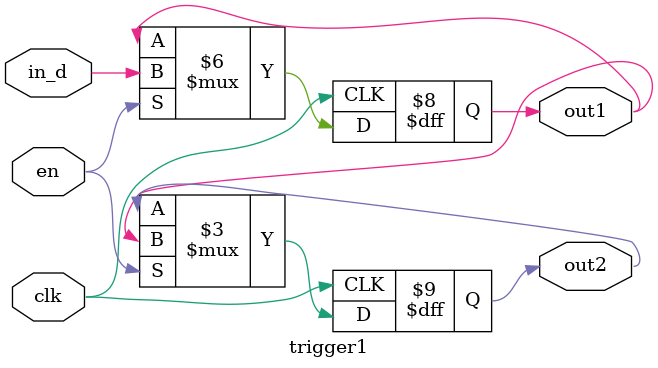
<source format=v>
module trigger1(en,clk,in_d,out1,out2);
input en,clk,in_d;
output reg out1,out2;

always @ (posedge clk)
if(en)
	begin
	out1 <= in_d;
	out2 <= out1;
	end
else
	begin
	out1 <= out1;
	out2 <= out2;
	end
endmodule

</source>
